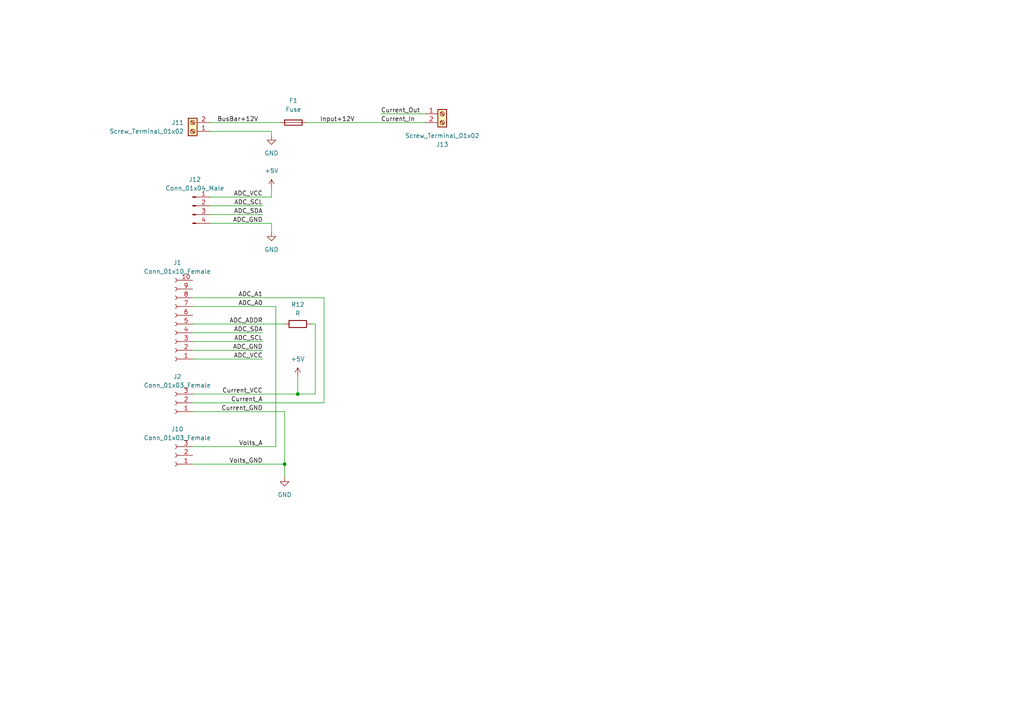
<source format=kicad_sch>
(kicad_sch (version 20211123) (generator eeschema)
  (paper "A4")
  (lib_symbols
    (symbol "Connector:Conn_01x03_Female" (pin_names (offset 1.016) hide)
      (property "Reference" "J" (at 0 5.08 0))
      (property "Value" "Conn_01x03_Female" (at 0 -5.08 0))
      (symbol "Conn_01x03_Female_1_1"
        (arc (start 0 -2.032) (mid -0.508 -2.54) (end 0 -3.048) (stroke (width 0.1524)))
        (polyline (pts (xy -1.27 -2.54) (xy -0.508 -2.54)) (stroke (width 0.1524)))
        (polyline (pts (xy -1.27 0) (xy -0.508 0)) (stroke (width 0.1524)))
        (polyline (pts (xy -1.27 2.54) (xy -0.508 2.54)) (stroke (width 0.1524)))
        (arc (start 0 0.508) (mid -0.508 0) (end 0 -0.508) (stroke (width 0.1524)))
        (arc (start 0 3.048) (mid -0.508 2.54) (end 0 2.032) (stroke (width 0.1524)))
        (pin passive line (at -5.08 2.54 0) (length 3.81) (name "Pin_1") (number "1"))
        (pin passive line (at -5.08 0 0) (length 3.81) (name "Pin_2") (number "2"))
        (pin passive line (at -5.08 -2.54 0) (length 3.81) (name "Pin_3") (number "3"))
      )
    )
    (symbol "Connector:Conn_01x04_Male" (pin_names (offset 1.016) hide)
      (property "Reference" "J" (at 0 5.08 0))
      (property "Value" "Conn_01x04_Male" (at 0 -7.62 0))
      (symbol "Conn_01x04_Male_1_1"
        (polyline (pts (xy 1.27 -5.08) (xy 0.8636 -5.08)) (stroke (width 0.1524)))
        (polyline (pts (xy 1.27 -2.54) (xy 0.8636 -2.54)) (stroke (width 0.1524)))
        (polyline (pts (xy 1.27 0) (xy 0.8636 0)) (stroke (width 0.1524)))
        (polyline (pts (xy 1.27 2.54) (xy 0.8636 2.54)) (stroke (width 0.1524)))
        (rectangle (start 0.8636 -4.953) (end 0 -5.207) (stroke (width 0.1524)) (fill (type outline)))
        (rectangle (start 0.8636 -2.413) (end 0 -2.667) (stroke (width 0.1524)) (fill (type outline)))
        (rectangle (start 0.8636 0.127) (end 0 -0.127) (stroke (width 0.1524)) (fill (type outline)))
        (rectangle (start 0.8636 2.667) (end 0 2.413) (stroke (width 0.1524)) (fill (type outline)))
        (pin passive line (at 5.08 2.54 180) (length 3.81) (name "Pin_1") (number "1"))
        (pin passive line (at 5.08 0 180) (length 3.81) (name "Pin_2") (number "2"))
        (pin passive line (at 5.08 -2.54 180) (length 3.81) (name "Pin_3") (number "3"))
        (pin passive line (at 5.08 -5.08 180) (length 3.81) (name "Pin_4") (number "4"))
      )
    )
    (symbol "Connector:Conn_01x10_Female" (pin_names (offset 1.016) hide)
      (property "Reference" "J" (at 0 12.7 0))
      (property "Value" "Conn_01x10_Female" (at 0 -15.24 0))
      (symbol "Conn_01x10_Female_1_1"
        (arc (start 0 -12.192) (mid -0.508 -12.7) (end 0 -13.208) (stroke (width 0.1524)))
        (arc (start 0 -9.652) (mid -0.508 -10.16) (end 0 -10.668) (stroke (width 0.1524)))
        (arc (start 0 -7.112) (mid -0.508 -7.62) (end 0 -8.128) (stroke (width 0.1524)))
        (arc (start 0 -4.572) (mid -0.508 -5.08) (end 0 -5.588) (stroke (width 0.1524)))
        (arc (start 0 -2.032) (mid -0.508 -2.54) (end 0 -3.048) (stroke (width 0.1524)))
        (polyline (pts (xy -1.27 -12.7) (xy -0.508 -12.7)) (stroke (width 0.1524)))
        (polyline (pts (xy -1.27 -10.16) (xy -0.508 -10.16)) (stroke (width 0.1524)))
        (polyline (pts (xy -1.27 -7.62) (xy -0.508 -7.62)) (stroke (width 0.1524)))
        (polyline (pts (xy -1.27 -5.08) (xy -0.508 -5.08)) (stroke (width 0.1524)))
        (polyline (pts (xy -1.27 -2.54) (xy -0.508 -2.54)) (stroke (width 0.1524)))
        (polyline (pts (xy -1.27 0) (xy -0.508 0)) (stroke (width 0.1524)))
        (polyline (pts (xy -1.27 2.54) (xy -0.508 2.54)) (stroke (width 0.1524)))
        (polyline (pts (xy -1.27 5.08) (xy -0.508 5.08)) (stroke (width 0.1524)))
        (polyline (pts (xy -1.27 7.62) (xy -0.508 7.62)) (stroke (width 0.1524)))
        (polyline (pts (xy -1.27 10.16) (xy -0.508 10.16)) (stroke (width 0.1524)))
        (arc (start 0 0.508) (mid -0.508 0) (end 0 -0.508) (stroke (width 0.1524)))
        (arc (start 0 3.048) (mid -0.508 2.54) (end 0 2.032) (stroke (width 0.1524)))
        (arc (start 0 5.588) (mid -0.508 5.08) (end 0 4.572) (stroke (width 0.1524)))
        (arc (start 0 8.128) (mid -0.508 7.62) (end 0 7.112) (stroke (width 0.1524)))
        (arc (start 0 10.668) (mid -0.508 10.16) (end 0 9.652) (stroke (width 0.1524)))
        (pin passive line (at -5.08 10.16 0) (length 3.81) (name "Pin_1") (number "1"))
        (pin passive line (at -5.08 -12.7 0) (length 3.81) (name "Pin_10") (number "10"))
        (pin passive line (at -5.08 7.62 0) (length 3.81) (name "Pin_2") (number "2"))
        (pin passive line (at -5.08 5.08 0) (length 3.81) (name "Pin_3") (number "3"))
        (pin passive line (at -5.08 2.54 0) (length 3.81) (name "Pin_4") (number "4"))
        (pin passive line (at -5.08 0 0) (length 3.81) (name "Pin_5") (number "5"))
        (pin passive line (at -5.08 -2.54 0) (length 3.81) (name "Pin_6") (number "6"))
        (pin passive line (at -5.08 -5.08 0) (length 3.81) (name "Pin_7") (number "7"))
        (pin passive line (at -5.08 -7.62 0) (length 3.81) (name "Pin_8") (number "8"))
        (pin passive line (at -5.08 -10.16 0) (length 3.81) (name "Pin_9") (number "9"))
      )
    )
    (symbol "Connector:Screw_Terminal_01x02" (pin_names (offset 1.016) hide)
      (property "Reference" "J" (at 0 2.54 0))
      (property "Value" "Screw_Terminal_01x02" (at 0 -5.08 0))
      (symbol "Screw_Terminal_01x02_1_1"
        (rectangle (start -1.27 1.27) (end 1.27 -3.81) (stroke (width 0.254)) (fill (type background)))
        (circle (center 0 -2.54) (radius 0.635) (stroke (width 0.1524)))
        (polyline (pts (xy -0.5334 -2.2098) (xy 0.3302 -3.048)) (stroke (width 0.1524)))
        (polyline (pts (xy -0.5334 0.3302) (xy 0.3302 -0.508)) (stroke (width 0.1524)))
        (polyline (pts (xy -0.3556 -2.032) (xy 0.508 -2.8702)) (stroke (width 0.1524)))
        (polyline (pts (xy -0.3556 0.508) (xy 0.508 -0.3302)) (stroke (width 0.1524)))
        (circle (center 0 0) (radius 0.635) (stroke (width 0.1524)))
        (pin passive line (at -5.08 0 0) (length 3.81) (name "Pin_1") (number "1"))
        (pin passive line (at -5.08 -2.54 0) (length 3.81) (name "Pin_2") (number "2"))
      )
    )
    (symbol "Device:Fuse" (pin_numbers hide) (pin_names (offset 0))
      (property "Reference" "F" (at 2.032 0 90))
      (property "Value" "Fuse" (at -1.905 0 90))
      (symbol "Fuse_0_1"
        (rectangle (start -0.762 -2.54) (end 0.762 2.54) (stroke (width 0.254)))
        (polyline (pts (xy 0 2.54) (xy 0 -2.54)))
      )
      (symbol "Fuse_1_1"
        (pin passive line (at 0 3.81 270) (length 1.27) (name "~") (number "1"))
        (pin passive line (at 0 -3.81 90) (length 1.27) (name "~") (number "2"))
      )
    )
    (symbol "Device:R" (pin_numbers hide) (pin_names (offset 0))
      (property "Reference" "R" (at 2.032 0 90))
      (property "Value" "R" (at 0 0 90))
      (symbol "R_0_1"
        (rectangle (start -1.016 -2.54) (end 1.016 2.54) (stroke (width 0.254)))
      )
      (symbol "R_1_1"
        (pin passive line (at 0 3.81 270) (length 1.27) (name "~") (number "1"))
        (pin passive line (at 0 -3.81 90) (length 1.27) (name "~") (number "2"))
      )
    )
    (symbol "power:+5V" (power) (pin_names (offset 0))
      (property "Value" "+5V" (at 0 3.556 0))
      (symbol "+5V_0_1"
        (polyline (pts (xy -0.762 1.27) (xy 0 2.54)))
        (polyline (pts (xy 0 0) (xy 0 2.54)))
        (polyline (pts (xy 0 2.54) (xy 0.762 1.27)))
      )
      (symbol "+5V_1_1"
        (pin power_in line (at 0 0 90) (length 0) hide (name "+5V") (number "1"))
      )
    )
    (symbol "power:GND" (power) (pin_names (offset 0))
      (property "Value" "GND" (at 0 -3.81 0))
      (symbol "GND_0_1"
        (polyline (pts (xy 0 0) (xy 0 -1.27) (xy 1.27 -1.27) (xy 0 -2.54) (xy -1.27 -1.27) (xy 0 -1.27)))
      )
      (symbol "GND_1_1"
        (pin power_in line (at 0 0 270) (length 0) hide (name "GND") (number "1"))
      )
    )
  )
  (junction (at 82.55 134.62))
  (junction (at 86.36 114.3))
  (wire (pts (xy 82.55 134.62) (xy 82.55 138.43)))
  (wire (pts (xy 55.88 114.3) (xy 86.36 114.3)))
  (wire (pts (xy 91.44 93.98) (xy 91.44 114.3)))
  (wire (pts (xy 60.96 62.23) (xy 76.2 62.23)))
  (wire (pts (xy 60.96 59.69) (xy 76.2 59.69)))
  (wire (pts (xy 55.88 96.52) (xy 76.2 96.52)))
  (wire (pts (xy 55.88 119.38) (xy 82.55 119.38)))
  (wire (pts (xy 55.88 86.36) (xy 93.98 86.36)))
  (wire (pts (xy 60.96 35.56) (xy 81.28 35.56)))
  (wire (pts (xy 78.74 54.61) (xy 78.74 57.15)))
  (wire (pts (xy 55.88 101.6) (xy 76.2 101.6)))
  (wire (pts (xy 78.74 38.1) (xy 78.74 39.37)))
  (wire (pts (xy 93.98 86.36) (xy 93.98 116.84)))
  (wire (pts (xy 86.36 114.3) (xy 91.44 114.3)))
  (wire (pts (xy 55.88 116.84) (xy 93.98 116.84)))
  (wire (pts (xy 78.74 67.31) (xy 78.74 64.77)))
  (wire (pts (xy 90.17 93.98) (xy 91.44 93.98)))
  (wire (pts (xy 60.96 38.1) (xy 78.74 38.1)))
  (wire (pts (xy 55.88 99.06) (xy 76.2 99.06)))
  (wire (pts (xy 55.88 104.14) (xy 76.2 104.14)))
  (wire (pts (xy 80.01 88.9) (xy 80.01 129.54)))
  (wire (pts (xy 60.96 57.15) (xy 78.74 57.15)))
  (wire (pts (xy 55.88 129.54) (xy 80.01 129.54)))
  (wire (pts (xy 86.36 109.22) (xy 86.36 114.3)))
  (wire (pts (xy 82.55 134.62) (xy 82.55 119.38)))
  (wire (pts (xy 55.88 93.98) (xy 82.55 93.98)))
  (wire (pts (xy 60.96 64.77) (xy 78.74 64.77)))
  (wire (pts (xy 55.88 88.9) (xy 80.01 88.9)))
  (wire (pts (xy 55.88 134.62) (xy 82.55 134.62)))
  (wire (pts (xy 88.9 35.56) (xy 123.19 35.56)))
  (wire (pts (xy 123.19 33.02) (xy 110.49 33.02)))
  (label "ADC_SCL" (at 76.2 99.06 180))
  (label "Input+12V" (at 102.87 35.56 180))
  (label "ADC_SDA" (at 76.2 62.23 180))
  (label "Current_GND" (at 76.2 119.38 180))
  (label "Volts_A" (at 76.2 129.54 180))
  (label "ADC_A1" (at 76.2 86.36 180))
  (label "ADC_VCC" (at 76.2 104.14 180))
  (label "ADC_GND" (at 76.2 64.77 180))
  (label "ADC_A0" (at 76.2 88.9 180))
  (label "ADC_SDA" (at 76.2 96.52 180))
  (label "Current_Out" (at 110.49 33.02 0))
  (label "Current_A" (at 76.2 116.84 180))
  (label "BusBar+12V" (at 74.93 35.56 180))
  (label "Current_VCC" (at 76.2 114.3 180))
  (label "Volts_GND" (at 76.2 134.62 180))
  (label "ADC_GND" (at 76.2 101.6 180))
  (label "Current_In" (at 110.49 35.56 0))
  (label "ADC_ADDR" (at 76.2 93.98 180))
  (label "ADC_SCL" (at 76.2 59.69 180))
  (label "ADC_VCC" (at 76.2 57.15 180))
  (symbol (lib_id "Device:R") (at 86.36 93.98 270) (unit 1)
    (property "Reference" "R12" (at 86.36 87.63 90) (effects (justify top)))
    (property "Value" "R" (at 86.36 90.17 90) (effects (justify top)))
    (property "Footprint" "Resistor_THT:R_Box_L8.4mm_W2.5mm_P5.08mm" (effects hide))
  )
  (symbol (lib_id "power:GND") (at 82.55 138.43 0) (unit 1)
    (property "Reference" "#PWR0132" (effects hide))
    (property "Value" "GND" (at 82.55 143.51 0))
  )
  (symbol (lib_id "Connector:Conn_01x04_Male") (at 55.88 59.69 0) (unit 1)
    (property "Reference" "J12" (at 56.515 52.07 0))
    (property "Value" "Conn_01x04_Male" (at 56.515 54.61 0))
    (property "Footprint" "Connector_Molex:Molex_KK-254_AE-6410-04A_1x04_P2.54mm_Vertical" (effects hide))
  )
  (symbol (lib_id "Connector:Conn_01x10_Female") (at 50.8 93.98 180) (unit 1)
    (property "Reference" "J1" (at 51.435 76.2 0))
    (property "Value" "Conn_01x10_Female" (at 51.435 78.74 0))
    (property "Footprint" "Connector_PinHeader_2.54mm:PinHeader_1x10_P2.54mm_Vertical" (effects hide))
  )
  (symbol (lib_id "Connector:Screw_Terminal_01x02") (at 55.88 38.1 180) (unit 1)
    (property "Reference" "J11" (at 53.34 35.5599 0) (effects (justify left)))
    (property "Value" "Screw_Terminal_01x02" (at 53.34 38.0999 0) (effects (justify left)))
    (property "Footprint" "TerminalBlock_Phoenix:TerminalBlock_Phoenix_MKDS-1,5-2-5.08_1x02_P5.08mm_Horizontal" (effects hide))
  )
  (symbol (lib_id "power:+5V") (at 86.36 109.22 0) (unit 1)
    (property "Reference" "#PWR0133" (effects hide))
    (property "Value" "+5V" (at 86.36 104.14 0))
  )
  (symbol (lib_id "Device:Fuse") (at 85.09 35.56 90) (unit 1)
    (property "Reference" "F1" (at 85.09 29.21 90))
    (property "Value" "Fuse" (at 85.09 31.75 90))
    (property "Footprint" "Fuse:Fuse_Blade_Mini_directSolder" (effects hide))
  )
  (symbol (lib_id "power:+5V") (at 78.74 54.61 0) (unit 1)
    (property "Reference" "#PWR0131" (effects hide))
    (property "Value" "+5V" (at 78.74 49.53 0))
  )
  (symbol (lib_id "Connector:Conn_01x03_Female") (at 50.8 116.84 180) (unit 1)
    (property "Reference" "J2" (at 51.435 109.22 0))
    (property "Value" "Conn_01x03_Female" (at 51.435 111.76 0))
    (property "Footprint" "Connector_PinHeader_2.54mm:PinHeader_1x03_P2.54mm_Vertical" (effects hide))
  )
  (symbol (lib_id "Connector:Screw_Terminal_01x02") (at 128.27 33.02 0) (unit 1)
    (property "Reference" "J13" (at 128.27 41.91 0))
    (property "Value" "Screw_Terminal_01x02" (at 128.27 39.37 0))
    (property "Footprint" "TerminalBlock_Phoenix:TerminalBlock_Phoenix_MKDS-1,5-2-5.08_1x02_P5.08mm_Horizontal" (effects hide))
  )
  (symbol (lib_id "power:GND") (at 78.74 67.31 0) (unit 1)
    (property "Reference" "#PWR0130" (effects hide))
    (property "Value" "GND" (at 78.74 72.39 0))
  )
  (symbol (lib_id "power:GND") (at 78.74 39.37 0) (unit 1)
    (property "Reference" "#PWR0129" (effects hide))
    (property "Value" "GND" (at 78.74 44.45 0))
  )
  (symbol (lib_id "Connector:Conn_01x03_Female") (at 50.8 132.08 180) (unit 1)
    (property "Reference" "J10" (at 51.435 124.46 0))
    (property "Value" "Conn_01x03_Female" (at 51.435 127 0))
    (property "Footprint" "Connector_PinHeader_2.54mm:PinHeader_1x03_P2.54mm_Vertical" (effects hide))
  )
)
</source>
